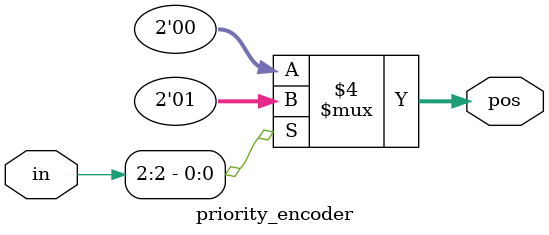
<source format=v>
module priority_encoder( 
input [2:0] in,
output reg [1:0] pos ); 
// When sel=1, assign b to out
always @ (in[2]) 
begin
  if (in[2] == 1)
    pos = 1;
  else
    pos = 0;
end
endmodule

</source>
